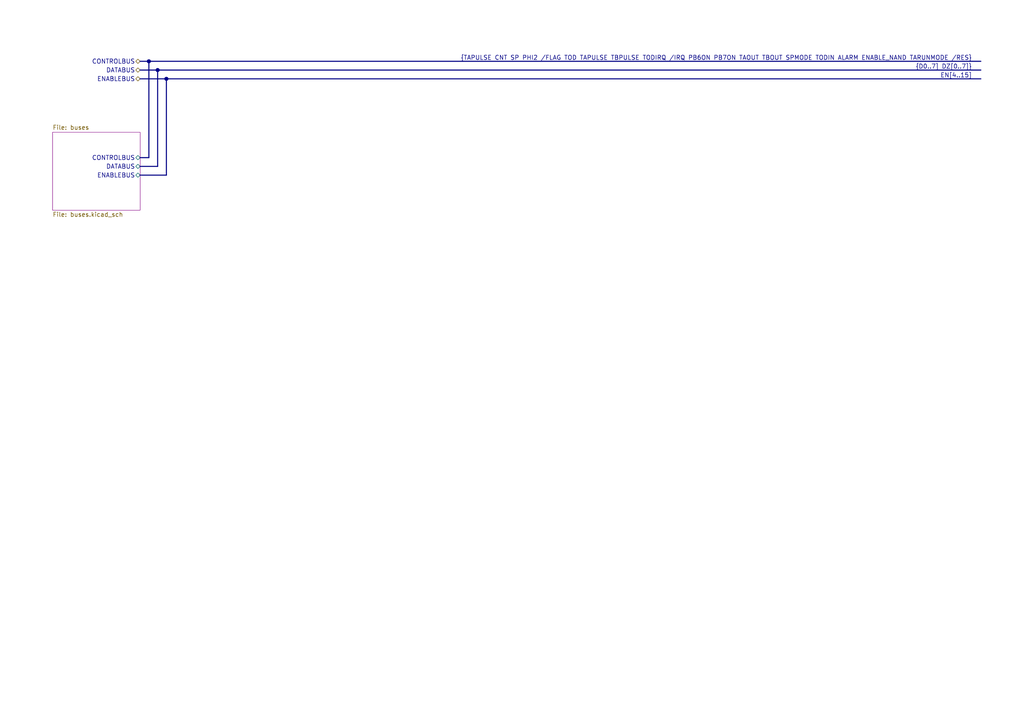
<source format=kicad_sch>
(kicad_sch (version 20201015) (generator eeschema)
  (paper "A4")
  (lib_symbols)
  (junction (at 43.18 17.78) (diameter 1.016))
  (junction (at 45.72 20.32) (diameter 1.016))
  (junction (at 48.26 22.86) (diameter 1.016))
  (bus (pts (xy 40.64 17.78) (xy 43.18 17.78)))
  (bus (pts (xy 40.64 20.32) (xy 45.72 20.32)))
  (bus (pts (xy 40.64 22.86) (xy 48.26 22.86)))
  (bus (pts (xy 40.64 45.72) (xy 43.18 45.72)))
  (bus (pts (xy 40.64 48.26) (xy 45.72 48.26)))
  (bus (pts (xy 40.64 50.8) (xy 48.26 50.8)))
  (bus (pts (xy 43.18 17.78) (xy 43.18 45.72)))
  (bus (pts (xy 43.18 17.78) (xy 284.48 17.78)))
  (bus (pts (xy 45.72 20.32) (xy 284.48 20.32)))
  (bus (pts (xy 45.72 48.26) (xy 45.72 20.32)))
  (bus (pts (xy 48.26 22.86) (xy 284.48 22.86)))
  (bus (pts (xy 48.26 50.8) (xy 48.26 22.86)))
  (label "{TAPULSE CNT SP PHI2 {slash}FLAG TOD TAPULSE TBPULSE TODIRQ {slash}IRQ PB6ON PB7ON TAOUT TBOUT SPMODE TODIN ALARM ENABLE_NAND TARUNMODE {slash}RES}" (at 281.94 17.78 0))
  (label "{D0..7] DZ[0..7]}" (at 281.94 20.32 180))
  (label "EN[4..15]" (at 281.94 22.86 180))
  (hierarchical_label "CONTROLBUS" (shape bidirectional) (at 40.64 17.78 180))
  (hierarchical_label "DATABUS" (shape bidirectional) (at 40.64 20.32 180))
  (hierarchical_label "ENABLEBUS" (shape bidirectional) (at 40.64 22.86 180))
  (sheet (at 15.24 38.354) (size 25.4 22.606) (stroke (width 0.001) (color 132 0 132 1)) (fill (color 255 255 255 0.0000))
    (property "Nombre de hoja" "buses" (at 15.24 37.7181 0) (effects (justify left bottom)))
    (property "Sheet file" "buses.kicad_sch" (at 15.24 61.4689 0) (effects (justify left top)))
    (pin "CONTROLBUS" bidirectional (at 40.64 45.72 0))
    (pin "DATABUS" bidirectional (at 40.64 48.26 0))
    (pin "ENABLEBUS" bidirectional (at 40.64 50.8 0))
  )
)
</source>
